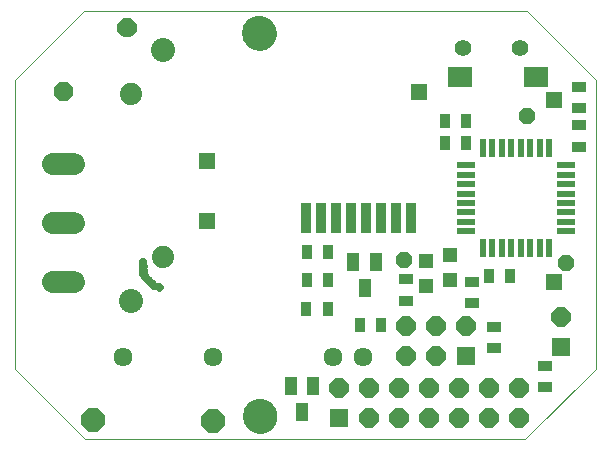
<source format=gts>
G75*
%MOIN*%
%OFA0B0*%
%FSLAX25Y25*%
%IPPOS*%
%LPD*%
%AMOC8*
5,1,8,0,0,1.08239X$1,22.5*
%
%ADD10C,0.00000*%
%ADD11C,0.11424*%
%ADD12C,0.02762*%
%ADD13R,0.02400X0.06200*%
%ADD14R,0.06200X0.02400*%
%ADD15R,0.03550X0.05124*%
%ADD16R,0.05124X0.03550*%
%ADD17C,0.08000*%
%ADD18C,0.07400*%
%ADD19C,0.05600*%
%ADD20R,0.08274X0.06699*%
%ADD21C,0.01267*%
%ADD22R,0.05124X0.05124*%
%ADD23C,0.07450*%
%ADD24R,0.06400X0.06400*%
%ADD25OC8,0.06400*%
%ADD26OC8,0.08000*%
%ADD27OC8,0.05550*%
%ADD28R,0.03400X0.10400*%
%ADD29R,0.05550X0.05550*%
%ADD30R,0.04337X0.05912*%
%ADD31C,0.06337*%
D10*
X0001855Y0024792D02*
X0025398Y0001249D01*
X0172170Y0001249D01*
X0195713Y0024792D01*
X0195713Y0120934D01*
X0172564Y0144083D01*
X0025005Y0144083D01*
X0001855Y0120934D01*
X0001855Y0024792D01*
X0043627Y0056328D02*
X0043629Y0056397D01*
X0043635Y0056465D01*
X0043645Y0056533D01*
X0043659Y0056600D01*
X0043677Y0056667D01*
X0043698Y0056732D01*
X0043724Y0056796D01*
X0043753Y0056858D01*
X0043785Y0056918D01*
X0043821Y0056977D01*
X0043861Y0057033D01*
X0043903Y0057087D01*
X0043949Y0057138D01*
X0043998Y0057187D01*
X0044049Y0057233D01*
X0044103Y0057275D01*
X0044159Y0057315D01*
X0044217Y0057351D01*
X0044278Y0057383D01*
X0044340Y0057412D01*
X0044404Y0057438D01*
X0044469Y0057459D01*
X0044536Y0057477D01*
X0044603Y0057491D01*
X0044671Y0057501D01*
X0044739Y0057507D01*
X0044808Y0057509D01*
X0044877Y0057507D01*
X0044945Y0057501D01*
X0045013Y0057491D01*
X0045080Y0057477D01*
X0045147Y0057459D01*
X0045212Y0057438D01*
X0045276Y0057412D01*
X0045338Y0057383D01*
X0045398Y0057351D01*
X0045457Y0057315D01*
X0045513Y0057275D01*
X0045567Y0057233D01*
X0045618Y0057187D01*
X0045667Y0057138D01*
X0045713Y0057087D01*
X0045755Y0057033D01*
X0045795Y0056977D01*
X0045831Y0056918D01*
X0045863Y0056858D01*
X0045892Y0056796D01*
X0045918Y0056732D01*
X0045939Y0056667D01*
X0045957Y0056600D01*
X0045971Y0056533D01*
X0045981Y0056465D01*
X0045987Y0056397D01*
X0045989Y0056328D01*
X0045987Y0056259D01*
X0045981Y0056191D01*
X0045971Y0056123D01*
X0045957Y0056056D01*
X0045939Y0055989D01*
X0045918Y0055924D01*
X0045892Y0055860D01*
X0045863Y0055798D01*
X0045831Y0055737D01*
X0045795Y0055679D01*
X0045755Y0055623D01*
X0045713Y0055569D01*
X0045667Y0055518D01*
X0045618Y0055469D01*
X0045567Y0055423D01*
X0045513Y0055381D01*
X0045457Y0055341D01*
X0045399Y0055305D01*
X0045338Y0055273D01*
X0045276Y0055244D01*
X0045212Y0055218D01*
X0045147Y0055197D01*
X0045080Y0055179D01*
X0045013Y0055165D01*
X0044945Y0055155D01*
X0044877Y0055149D01*
X0044808Y0055147D01*
X0044739Y0055149D01*
X0044671Y0055155D01*
X0044603Y0055165D01*
X0044536Y0055179D01*
X0044469Y0055197D01*
X0044404Y0055218D01*
X0044340Y0055244D01*
X0044278Y0055273D01*
X0044217Y0055305D01*
X0044159Y0055341D01*
X0044103Y0055381D01*
X0044049Y0055423D01*
X0043998Y0055469D01*
X0043949Y0055518D01*
X0043903Y0055569D01*
X0043861Y0055623D01*
X0043821Y0055679D01*
X0043785Y0055737D01*
X0043753Y0055798D01*
X0043724Y0055860D01*
X0043698Y0055924D01*
X0043677Y0055989D01*
X0043659Y0056056D01*
X0043645Y0056123D01*
X0043635Y0056191D01*
X0043629Y0056259D01*
X0043627Y0056328D01*
X0043528Y0057607D02*
X0043530Y0057676D01*
X0043536Y0057744D01*
X0043546Y0057812D01*
X0043560Y0057879D01*
X0043578Y0057946D01*
X0043599Y0058011D01*
X0043625Y0058075D01*
X0043654Y0058137D01*
X0043686Y0058197D01*
X0043722Y0058256D01*
X0043762Y0058312D01*
X0043804Y0058366D01*
X0043850Y0058417D01*
X0043899Y0058466D01*
X0043950Y0058512D01*
X0044004Y0058554D01*
X0044060Y0058594D01*
X0044118Y0058630D01*
X0044179Y0058662D01*
X0044241Y0058691D01*
X0044305Y0058717D01*
X0044370Y0058738D01*
X0044437Y0058756D01*
X0044504Y0058770D01*
X0044572Y0058780D01*
X0044640Y0058786D01*
X0044709Y0058788D01*
X0044778Y0058786D01*
X0044846Y0058780D01*
X0044914Y0058770D01*
X0044981Y0058756D01*
X0045048Y0058738D01*
X0045113Y0058717D01*
X0045177Y0058691D01*
X0045239Y0058662D01*
X0045299Y0058630D01*
X0045358Y0058594D01*
X0045414Y0058554D01*
X0045468Y0058512D01*
X0045519Y0058466D01*
X0045568Y0058417D01*
X0045614Y0058366D01*
X0045656Y0058312D01*
X0045696Y0058256D01*
X0045732Y0058197D01*
X0045764Y0058137D01*
X0045793Y0058075D01*
X0045819Y0058011D01*
X0045840Y0057946D01*
X0045858Y0057879D01*
X0045872Y0057812D01*
X0045882Y0057744D01*
X0045888Y0057676D01*
X0045890Y0057607D01*
X0045888Y0057538D01*
X0045882Y0057470D01*
X0045872Y0057402D01*
X0045858Y0057335D01*
X0045840Y0057268D01*
X0045819Y0057203D01*
X0045793Y0057139D01*
X0045764Y0057077D01*
X0045732Y0057016D01*
X0045696Y0056958D01*
X0045656Y0056902D01*
X0045614Y0056848D01*
X0045568Y0056797D01*
X0045519Y0056748D01*
X0045468Y0056702D01*
X0045414Y0056660D01*
X0045358Y0056620D01*
X0045300Y0056584D01*
X0045239Y0056552D01*
X0045177Y0056523D01*
X0045113Y0056497D01*
X0045048Y0056476D01*
X0044981Y0056458D01*
X0044914Y0056444D01*
X0044846Y0056434D01*
X0044778Y0056428D01*
X0044709Y0056426D01*
X0044640Y0056428D01*
X0044572Y0056434D01*
X0044504Y0056444D01*
X0044437Y0056458D01*
X0044370Y0056476D01*
X0044305Y0056497D01*
X0044241Y0056523D01*
X0044179Y0056552D01*
X0044118Y0056584D01*
X0044060Y0056620D01*
X0044004Y0056660D01*
X0043950Y0056702D01*
X0043899Y0056748D01*
X0043850Y0056797D01*
X0043804Y0056848D01*
X0043762Y0056902D01*
X0043722Y0056958D01*
X0043686Y0057016D01*
X0043654Y0057077D01*
X0043625Y0057139D01*
X0043599Y0057203D01*
X0043578Y0057268D01*
X0043560Y0057335D01*
X0043546Y0057402D01*
X0043536Y0057470D01*
X0043530Y0057538D01*
X0043528Y0057607D01*
X0043528Y0058887D02*
X0043530Y0058956D01*
X0043536Y0059024D01*
X0043546Y0059092D01*
X0043560Y0059159D01*
X0043578Y0059226D01*
X0043599Y0059291D01*
X0043625Y0059355D01*
X0043654Y0059417D01*
X0043686Y0059477D01*
X0043722Y0059536D01*
X0043762Y0059592D01*
X0043804Y0059646D01*
X0043850Y0059697D01*
X0043899Y0059746D01*
X0043950Y0059792D01*
X0044004Y0059834D01*
X0044060Y0059874D01*
X0044118Y0059910D01*
X0044179Y0059942D01*
X0044241Y0059971D01*
X0044305Y0059997D01*
X0044370Y0060018D01*
X0044437Y0060036D01*
X0044504Y0060050D01*
X0044572Y0060060D01*
X0044640Y0060066D01*
X0044709Y0060068D01*
X0044778Y0060066D01*
X0044846Y0060060D01*
X0044914Y0060050D01*
X0044981Y0060036D01*
X0045048Y0060018D01*
X0045113Y0059997D01*
X0045177Y0059971D01*
X0045239Y0059942D01*
X0045299Y0059910D01*
X0045358Y0059874D01*
X0045414Y0059834D01*
X0045468Y0059792D01*
X0045519Y0059746D01*
X0045568Y0059697D01*
X0045614Y0059646D01*
X0045656Y0059592D01*
X0045696Y0059536D01*
X0045732Y0059477D01*
X0045764Y0059417D01*
X0045793Y0059355D01*
X0045819Y0059291D01*
X0045840Y0059226D01*
X0045858Y0059159D01*
X0045872Y0059092D01*
X0045882Y0059024D01*
X0045888Y0058956D01*
X0045890Y0058887D01*
X0045888Y0058818D01*
X0045882Y0058750D01*
X0045872Y0058682D01*
X0045858Y0058615D01*
X0045840Y0058548D01*
X0045819Y0058483D01*
X0045793Y0058419D01*
X0045764Y0058357D01*
X0045732Y0058296D01*
X0045696Y0058238D01*
X0045656Y0058182D01*
X0045614Y0058128D01*
X0045568Y0058077D01*
X0045519Y0058028D01*
X0045468Y0057982D01*
X0045414Y0057940D01*
X0045358Y0057900D01*
X0045300Y0057864D01*
X0045239Y0057832D01*
X0045177Y0057803D01*
X0045113Y0057777D01*
X0045048Y0057756D01*
X0044981Y0057738D01*
X0044914Y0057724D01*
X0044846Y0057714D01*
X0044778Y0057708D01*
X0044709Y0057706D01*
X0044640Y0057708D01*
X0044572Y0057714D01*
X0044504Y0057724D01*
X0044437Y0057738D01*
X0044370Y0057756D01*
X0044305Y0057777D01*
X0044241Y0057803D01*
X0044179Y0057832D01*
X0044118Y0057864D01*
X0044060Y0057900D01*
X0044004Y0057940D01*
X0043950Y0057982D01*
X0043899Y0058028D01*
X0043850Y0058077D01*
X0043804Y0058128D01*
X0043762Y0058182D01*
X0043722Y0058238D01*
X0043686Y0058296D01*
X0043654Y0058357D01*
X0043625Y0058419D01*
X0043599Y0058483D01*
X0043578Y0058548D01*
X0043560Y0058615D01*
X0043546Y0058682D01*
X0043536Y0058750D01*
X0043530Y0058818D01*
X0043528Y0058887D01*
X0043430Y0060265D02*
X0043432Y0060334D01*
X0043438Y0060402D01*
X0043448Y0060470D01*
X0043462Y0060537D01*
X0043480Y0060604D01*
X0043501Y0060669D01*
X0043527Y0060733D01*
X0043556Y0060795D01*
X0043588Y0060855D01*
X0043624Y0060914D01*
X0043664Y0060970D01*
X0043706Y0061024D01*
X0043752Y0061075D01*
X0043801Y0061124D01*
X0043852Y0061170D01*
X0043906Y0061212D01*
X0043962Y0061252D01*
X0044020Y0061288D01*
X0044081Y0061320D01*
X0044143Y0061349D01*
X0044207Y0061375D01*
X0044272Y0061396D01*
X0044339Y0061414D01*
X0044406Y0061428D01*
X0044474Y0061438D01*
X0044542Y0061444D01*
X0044611Y0061446D01*
X0044680Y0061444D01*
X0044748Y0061438D01*
X0044816Y0061428D01*
X0044883Y0061414D01*
X0044950Y0061396D01*
X0045015Y0061375D01*
X0045079Y0061349D01*
X0045141Y0061320D01*
X0045201Y0061288D01*
X0045260Y0061252D01*
X0045316Y0061212D01*
X0045370Y0061170D01*
X0045421Y0061124D01*
X0045470Y0061075D01*
X0045516Y0061024D01*
X0045558Y0060970D01*
X0045598Y0060914D01*
X0045634Y0060855D01*
X0045666Y0060795D01*
X0045695Y0060733D01*
X0045721Y0060669D01*
X0045742Y0060604D01*
X0045760Y0060537D01*
X0045774Y0060470D01*
X0045784Y0060402D01*
X0045790Y0060334D01*
X0045792Y0060265D01*
X0045790Y0060196D01*
X0045784Y0060128D01*
X0045774Y0060060D01*
X0045760Y0059993D01*
X0045742Y0059926D01*
X0045721Y0059861D01*
X0045695Y0059797D01*
X0045666Y0059735D01*
X0045634Y0059674D01*
X0045598Y0059616D01*
X0045558Y0059560D01*
X0045516Y0059506D01*
X0045470Y0059455D01*
X0045421Y0059406D01*
X0045370Y0059360D01*
X0045316Y0059318D01*
X0045260Y0059278D01*
X0045202Y0059242D01*
X0045141Y0059210D01*
X0045079Y0059181D01*
X0045015Y0059155D01*
X0044950Y0059134D01*
X0044883Y0059116D01*
X0044816Y0059102D01*
X0044748Y0059092D01*
X0044680Y0059086D01*
X0044611Y0059084D01*
X0044542Y0059086D01*
X0044474Y0059092D01*
X0044406Y0059102D01*
X0044339Y0059116D01*
X0044272Y0059134D01*
X0044207Y0059155D01*
X0044143Y0059181D01*
X0044081Y0059210D01*
X0044020Y0059242D01*
X0043962Y0059278D01*
X0043906Y0059318D01*
X0043852Y0059360D01*
X0043801Y0059406D01*
X0043752Y0059455D01*
X0043706Y0059506D01*
X0043664Y0059560D01*
X0043624Y0059616D01*
X0043588Y0059674D01*
X0043556Y0059735D01*
X0043527Y0059797D01*
X0043501Y0059861D01*
X0043480Y0059926D01*
X0043462Y0059993D01*
X0043448Y0060060D01*
X0043438Y0060128D01*
X0043432Y0060196D01*
X0043430Y0060265D01*
X0044316Y0055245D02*
X0044318Y0055314D01*
X0044324Y0055382D01*
X0044334Y0055450D01*
X0044348Y0055517D01*
X0044366Y0055584D01*
X0044387Y0055649D01*
X0044413Y0055713D01*
X0044442Y0055775D01*
X0044474Y0055835D01*
X0044510Y0055894D01*
X0044550Y0055950D01*
X0044592Y0056004D01*
X0044638Y0056055D01*
X0044687Y0056104D01*
X0044738Y0056150D01*
X0044792Y0056192D01*
X0044848Y0056232D01*
X0044906Y0056268D01*
X0044967Y0056300D01*
X0045029Y0056329D01*
X0045093Y0056355D01*
X0045158Y0056376D01*
X0045225Y0056394D01*
X0045292Y0056408D01*
X0045360Y0056418D01*
X0045428Y0056424D01*
X0045497Y0056426D01*
X0045566Y0056424D01*
X0045634Y0056418D01*
X0045702Y0056408D01*
X0045769Y0056394D01*
X0045836Y0056376D01*
X0045901Y0056355D01*
X0045965Y0056329D01*
X0046027Y0056300D01*
X0046087Y0056268D01*
X0046146Y0056232D01*
X0046202Y0056192D01*
X0046256Y0056150D01*
X0046307Y0056104D01*
X0046356Y0056055D01*
X0046402Y0056004D01*
X0046444Y0055950D01*
X0046484Y0055894D01*
X0046520Y0055835D01*
X0046552Y0055775D01*
X0046581Y0055713D01*
X0046607Y0055649D01*
X0046628Y0055584D01*
X0046646Y0055517D01*
X0046660Y0055450D01*
X0046670Y0055382D01*
X0046676Y0055314D01*
X0046678Y0055245D01*
X0046676Y0055176D01*
X0046670Y0055108D01*
X0046660Y0055040D01*
X0046646Y0054973D01*
X0046628Y0054906D01*
X0046607Y0054841D01*
X0046581Y0054777D01*
X0046552Y0054715D01*
X0046520Y0054654D01*
X0046484Y0054596D01*
X0046444Y0054540D01*
X0046402Y0054486D01*
X0046356Y0054435D01*
X0046307Y0054386D01*
X0046256Y0054340D01*
X0046202Y0054298D01*
X0046146Y0054258D01*
X0046088Y0054222D01*
X0046027Y0054190D01*
X0045965Y0054161D01*
X0045901Y0054135D01*
X0045836Y0054114D01*
X0045769Y0054096D01*
X0045702Y0054082D01*
X0045634Y0054072D01*
X0045566Y0054066D01*
X0045497Y0054064D01*
X0045428Y0054066D01*
X0045360Y0054072D01*
X0045292Y0054082D01*
X0045225Y0054096D01*
X0045158Y0054114D01*
X0045093Y0054135D01*
X0045029Y0054161D01*
X0044967Y0054190D01*
X0044906Y0054222D01*
X0044848Y0054258D01*
X0044792Y0054298D01*
X0044738Y0054340D01*
X0044687Y0054386D01*
X0044638Y0054435D01*
X0044592Y0054486D01*
X0044550Y0054540D01*
X0044510Y0054596D01*
X0044474Y0054654D01*
X0044442Y0054715D01*
X0044413Y0054777D01*
X0044387Y0054841D01*
X0044366Y0054906D01*
X0044348Y0054973D01*
X0044334Y0055040D01*
X0044324Y0055108D01*
X0044318Y0055176D01*
X0044316Y0055245D01*
X0045202Y0054359D02*
X0045204Y0054428D01*
X0045210Y0054496D01*
X0045220Y0054564D01*
X0045234Y0054631D01*
X0045252Y0054698D01*
X0045273Y0054763D01*
X0045299Y0054827D01*
X0045328Y0054889D01*
X0045360Y0054949D01*
X0045396Y0055008D01*
X0045436Y0055064D01*
X0045478Y0055118D01*
X0045524Y0055169D01*
X0045573Y0055218D01*
X0045624Y0055264D01*
X0045678Y0055306D01*
X0045734Y0055346D01*
X0045792Y0055382D01*
X0045853Y0055414D01*
X0045915Y0055443D01*
X0045979Y0055469D01*
X0046044Y0055490D01*
X0046111Y0055508D01*
X0046178Y0055522D01*
X0046246Y0055532D01*
X0046314Y0055538D01*
X0046383Y0055540D01*
X0046452Y0055538D01*
X0046520Y0055532D01*
X0046588Y0055522D01*
X0046655Y0055508D01*
X0046722Y0055490D01*
X0046787Y0055469D01*
X0046851Y0055443D01*
X0046913Y0055414D01*
X0046973Y0055382D01*
X0047032Y0055346D01*
X0047088Y0055306D01*
X0047142Y0055264D01*
X0047193Y0055218D01*
X0047242Y0055169D01*
X0047288Y0055118D01*
X0047330Y0055064D01*
X0047370Y0055008D01*
X0047406Y0054949D01*
X0047438Y0054889D01*
X0047467Y0054827D01*
X0047493Y0054763D01*
X0047514Y0054698D01*
X0047532Y0054631D01*
X0047546Y0054564D01*
X0047556Y0054496D01*
X0047562Y0054428D01*
X0047564Y0054359D01*
X0047562Y0054290D01*
X0047556Y0054222D01*
X0047546Y0054154D01*
X0047532Y0054087D01*
X0047514Y0054020D01*
X0047493Y0053955D01*
X0047467Y0053891D01*
X0047438Y0053829D01*
X0047406Y0053768D01*
X0047370Y0053710D01*
X0047330Y0053654D01*
X0047288Y0053600D01*
X0047242Y0053549D01*
X0047193Y0053500D01*
X0047142Y0053454D01*
X0047088Y0053412D01*
X0047032Y0053372D01*
X0046974Y0053336D01*
X0046913Y0053304D01*
X0046851Y0053275D01*
X0046787Y0053249D01*
X0046722Y0053228D01*
X0046655Y0053210D01*
X0046588Y0053196D01*
X0046520Y0053186D01*
X0046452Y0053180D01*
X0046383Y0053178D01*
X0046314Y0053180D01*
X0046246Y0053186D01*
X0046178Y0053196D01*
X0046111Y0053210D01*
X0046044Y0053228D01*
X0045979Y0053249D01*
X0045915Y0053275D01*
X0045853Y0053304D01*
X0045792Y0053336D01*
X0045734Y0053372D01*
X0045678Y0053412D01*
X0045624Y0053454D01*
X0045573Y0053500D01*
X0045524Y0053549D01*
X0045478Y0053600D01*
X0045436Y0053654D01*
X0045396Y0053710D01*
X0045360Y0053768D01*
X0045328Y0053829D01*
X0045299Y0053891D01*
X0045273Y0053955D01*
X0045252Y0054020D01*
X0045234Y0054087D01*
X0045220Y0054154D01*
X0045210Y0054222D01*
X0045204Y0054290D01*
X0045202Y0054359D01*
X0046284Y0053375D02*
X0046286Y0053444D01*
X0046292Y0053512D01*
X0046302Y0053580D01*
X0046316Y0053647D01*
X0046334Y0053714D01*
X0046355Y0053779D01*
X0046381Y0053843D01*
X0046410Y0053905D01*
X0046442Y0053965D01*
X0046478Y0054024D01*
X0046518Y0054080D01*
X0046560Y0054134D01*
X0046606Y0054185D01*
X0046655Y0054234D01*
X0046706Y0054280D01*
X0046760Y0054322D01*
X0046816Y0054362D01*
X0046874Y0054398D01*
X0046935Y0054430D01*
X0046997Y0054459D01*
X0047061Y0054485D01*
X0047126Y0054506D01*
X0047193Y0054524D01*
X0047260Y0054538D01*
X0047328Y0054548D01*
X0047396Y0054554D01*
X0047465Y0054556D01*
X0047534Y0054554D01*
X0047602Y0054548D01*
X0047670Y0054538D01*
X0047737Y0054524D01*
X0047804Y0054506D01*
X0047869Y0054485D01*
X0047933Y0054459D01*
X0047995Y0054430D01*
X0048055Y0054398D01*
X0048114Y0054362D01*
X0048170Y0054322D01*
X0048224Y0054280D01*
X0048275Y0054234D01*
X0048324Y0054185D01*
X0048370Y0054134D01*
X0048412Y0054080D01*
X0048452Y0054024D01*
X0048488Y0053965D01*
X0048520Y0053905D01*
X0048549Y0053843D01*
X0048575Y0053779D01*
X0048596Y0053714D01*
X0048614Y0053647D01*
X0048628Y0053580D01*
X0048638Y0053512D01*
X0048644Y0053444D01*
X0048646Y0053375D01*
X0048644Y0053306D01*
X0048638Y0053238D01*
X0048628Y0053170D01*
X0048614Y0053103D01*
X0048596Y0053036D01*
X0048575Y0052971D01*
X0048549Y0052907D01*
X0048520Y0052845D01*
X0048488Y0052784D01*
X0048452Y0052726D01*
X0048412Y0052670D01*
X0048370Y0052616D01*
X0048324Y0052565D01*
X0048275Y0052516D01*
X0048224Y0052470D01*
X0048170Y0052428D01*
X0048114Y0052388D01*
X0048056Y0052352D01*
X0047995Y0052320D01*
X0047933Y0052291D01*
X0047869Y0052265D01*
X0047804Y0052244D01*
X0047737Y0052226D01*
X0047670Y0052212D01*
X0047602Y0052202D01*
X0047534Y0052196D01*
X0047465Y0052194D01*
X0047396Y0052196D01*
X0047328Y0052202D01*
X0047260Y0052212D01*
X0047193Y0052226D01*
X0047126Y0052244D01*
X0047061Y0052265D01*
X0046997Y0052291D01*
X0046935Y0052320D01*
X0046874Y0052352D01*
X0046816Y0052388D01*
X0046760Y0052428D01*
X0046706Y0052470D01*
X0046655Y0052516D01*
X0046606Y0052565D01*
X0046560Y0052616D01*
X0046518Y0052670D01*
X0046478Y0052726D01*
X0046442Y0052784D01*
X0046410Y0052845D01*
X0046381Y0052907D01*
X0046355Y0052971D01*
X0046334Y0053036D01*
X0046316Y0053103D01*
X0046302Y0053170D01*
X0046292Y0053238D01*
X0046286Y0053306D01*
X0046284Y0053375D01*
X0047269Y0052391D02*
X0047271Y0052460D01*
X0047277Y0052528D01*
X0047287Y0052596D01*
X0047301Y0052663D01*
X0047319Y0052730D01*
X0047340Y0052795D01*
X0047366Y0052859D01*
X0047395Y0052921D01*
X0047427Y0052981D01*
X0047463Y0053040D01*
X0047503Y0053096D01*
X0047545Y0053150D01*
X0047591Y0053201D01*
X0047640Y0053250D01*
X0047691Y0053296D01*
X0047745Y0053338D01*
X0047801Y0053378D01*
X0047859Y0053414D01*
X0047920Y0053446D01*
X0047982Y0053475D01*
X0048046Y0053501D01*
X0048111Y0053522D01*
X0048178Y0053540D01*
X0048245Y0053554D01*
X0048313Y0053564D01*
X0048381Y0053570D01*
X0048450Y0053572D01*
X0048519Y0053570D01*
X0048587Y0053564D01*
X0048655Y0053554D01*
X0048722Y0053540D01*
X0048789Y0053522D01*
X0048854Y0053501D01*
X0048918Y0053475D01*
X0048980Y0053446D01*
X0049040Y0053414D01*
X0049099Y0053378D01*
X0049155Y0053338D01*
X0049209Y0053296D01*
X0049260Y0053250D01*
X0049309Y0053201D01*
X0049355Y0053150D01*
X0049397Y0053096D01*
X0049437Y0053040D01*
X0049473Y0052981D01*
X0049505Y0052921D01*
X0049534Y0052859D01*
X0049560Y0052795D01*
X0049581Y0052730D01*
X0049599Y0052663D01*
X0049613Y0052596D01*
X0049623Y0052528D01*
X0049629Y0052460D01*
X0049631Y0052391D01*
X0049629Y0052322D01*
X0049623Y0052254D01*
X0049613Y0052186D01*
X0049599Y0052119D01*
X0049581Y0052052D01*
X0049560Y0051987D01*
X0049534Y0051923D01*
X0049505Y0051861D01*
X0049473Y0051800D01*
X0049437Y0051742D01*
X0049397Y0051686D01*
X0049355Y0051632D01*
X0049309Y0051581D01*
X0049260Y0051532D01*
X0049209Y0051486D01*
X0049155Y0051444D01*
X0049099Y0051404D01*
X0049041Y0051368D01*
X0048980Y0051336D01*
X0048918Y0051307D01*
X0048854Y0051281D01*
X0048789Y0051260D01*
X0048722Y0051242D01*
X0048655Y0051228D01*
X0048587Y0051218D01*
X0048519Y0051212D01*
X0048450Y0051210D01*
X0048381Y0051212D01*
X0048313Y0051218D01*
X0048245Y0051228D01*
X0048178Y0051242D01*
X0048111Y0051260D01*
X0048046Y0051281D01*
X0047982Y0051307D01*
X0047920Y0051336D01*
X0047859Y0051368D01*
X0047801Y0051404D01*
X0047745Y0051444D01*
X0047691Y0051486D01*
X0047640Y0051532D01*
X0047591Y0051581D01*
X0047545Y0051632D01*
X0047503Y0051686D01*
X0047463Y0051742D01*
X0047427Y0051800D01*
X0047395Y0051861D01*
X0047366Y0051923D01*
X0047340Y0051987D01*
X0047319Y0052052D01*
X0047301Y0052119D01*
X0047287Y0052186D01*
X0047277Y0052254D01*
X0047271Y0052322D01*
X0047269Y0052391D01*
X0048843Y0051997D02*
X0048845Y0052066D01*
X0048851Y0052134D01*
X0048861Y0052202D01*
X0048875Y0052269D01*
X0048893Y0052336D01*
X0048914Y0052401D01*
X0048940Y0052465D01*
X0048969Y0052527D01*
X0049001Y0052587D01*
X0049037Y0052646D01*
X0049077Y0052702D01*
X0049119Y0052756D01*
X0049165Y0052807D01*
X0049214Y0052856D01*
X0049265Y0052902D01*
X0049319Y0052944D01*
X0049375Y0052984D01*
X0049433Y0053020D01*
X0049494Y0053052D01*
X0049556Y0053081D01*
X0049620Y0053107D01*
X0049685Y0053128D01*
X0049752Y0053146D01*
X0049819Y0053160D01*
X0049887Y0053170D01*
X0049955Y0053176D01*
X0050024Y0053178D01*
X0050093Y0053176D01*
X0050161Y0053170D01*
X0050229Y0053160D01*
X0050296Y0053146D01*
X0050363Y0053128D01*
X0050428Y0053107D01*
X0050492Y0053081D01*
X0050554Y0053052D01*
X0050614Y0053020D01*
X0050673Y0052984D01*
X0050729Y0052944D01*
X0050783Y0052902D01*
X0050834Y0052856D01*
X0050883Y0052807D01*
X0050929Y0052756D01*
X0050971Y0052702D01*
X0051011Y0052646D01*
X0051047Y0052587D01*
X0051079Y0052527D01*
X0051108Y0052465D01*
X0051134Y0052401D01*
X0051155Y0052336D01*
X0051173Y0052269D01*
X0051187Y0052202D01*
X0051197Y0052134D01*
X0051203Y0052066D01*
X0051205Y0051997D01*
X0051203Y0051928D01*
X0051197Y0051860D01*
X0051187Y0051792D01*
X0051173Y0051725D01*
X0051155Y0051658D01*
X0051134Y0051593D01*
X0051108Y0051529D01*
X0051079Y0051467D01*
X0051047Y0051406D01*
X0051011Y0051348D01*
X0050971Y0051292D01*
X0050929Y0051238D01*
X0050883Y0051187D01*
X0050834Y0051138D01*
X0050783Y0051092D01*
X0050729Y0051050D01*
X0050673Y0051010D01*
X0050615Y0050974D01*
X0050554Y0050942D01*
X0050492Y0050913D01*
X0050428Y0050887D01*
X0050363Y0050866D01*
X0050296Y0050848D01*
X0050229Y0050834D01*
X0050161Y0050824D01*
X0050093Y0050818D01*
X0050024Y0050816D01*
X0049955Y0050818D01*
X0049887Y0050824D01*
X0049819Y0050834D01*
X0049752Y0050848D01*
X0049685Y0050866D01*
X0049620Y0050887D01*
X0049556Y0050913D01*
X0049494Y0050942D01*
X0049433Y0050974D01*
X0049375Y0051010D01*
X0049319Y0051050D01*
X0049265Y0051092D01*
X0049214Y0051138D01*
X0049165Y0051187D01*
X0049119Y0051238D01*
X0049077Y0051292D01*
X0049037Y0051348D01*
X0049001Y0051406D01*
X0048969Y0051467D01*
X0048940Y0051529D01*
X0048914Y0051593D01*
X0048893Y0051658D01*
X0048875Y0051725D01*
X0048861Y0051792D01*
X0048851Y0051860D01*
X0048845Y0051928D01*
X0048843Y0051997D01*
X0078100Y0008929D02*
X0078102Y0009077D01*
X0078108Y0009225D01*
X0078118Y0009373D01*
X0078132Y0009520D01*
X0078150Y0009667D01*
X0078171Y0009813D01*
X0078197Y0009959D01*
X0078227Y0010104D01*
X0078260Y0010248D01*
X0078298Y0010391D01*
X0078339Y0010533D01*
X0078384Y0010674D01*
X0078432Y0010814D01*
X0078485Y0010953D01*
X0078541Y0011090D01*
X0078601Y0011225D01*
X0078664Y0011359D01*
X0078731Y0011491D01*
X0078802Y0011621D01*
X0078876Y0011749D01*
X0078953Y0011875D01*
X0079034Y0011999D01*
X0079118Y0012121D01*
X0079205Y0012240D01*
X0079296Y0012357D01*
X0079390Y0012472D01*
X0079486Y0012584D01*
X0079586Y0012694D01*
X0079688Y0012800D01*
X0079794Y0012904D01*
X0079902Y0013005D01*
X0080013Y0013103D01*
X0080126Y0013199D01*
X0080242Y0013291D01*
X0080360Y0013380D01*
X0080481Y0013465D01*
X0080604Y0013548D01*
X0080729Y0013627D01*
X0080856Y0013703D01*
X0080985Y0013775D01*
X0081116Y0013844D01*
X0081249Y0013909D01*
X0081384Y0013970D01*
X0081520Y0014028D01*
X0081657Y0014083D01*
X0081796Y0014133D01*
X0081937Y0014180D01*
X0082078Y0014223D01*
X0082221Y0014263D01*
X0082365Y0014298D01*
X0082509Y0014330D01*
X0082655Y0014357D01*
X0082801Y0014381D01*
X0082948Y0014401D01*
X0083095Y0014417D01*
X0083242Y0014429D01*
X0083390Y0014437D01*
X0083538Y0014441D01*
X0083686Y0014441D01*
X0083834Y0014437D01*
X0083982Y0014429D01*
X0084129Y0014417D01*
X0084276Y0014401D01*
X0084423Y0014381D01*
X0084569Y0014357D01*
X0084715Y0014330D01*
X0084859Y0014298D01*
X0085003Y0014263D01*
X0085146Y0014223D01*
X0085287Y0014180D01*
X0085428Y0014133D01*
X0085567Y0014083D01*
X0085704Y0014028D01*
X0085840Y0013970D01*
X0085975Y0013909D01*
X0086108Y0013844D01*
X0086239Y0013775D01*
X0086368Y0013703D01*
X0086495Y0013627D01*
X0086620Y0013548D01*
X0086743Y0013465D01*
X0086864Y0013380D01*
X0086982Y0013291D01*
X0087098Y0013199D01*
X0087211Y0013103D01*
X0087322Y0013005D01*
X0087430Y0012904D01*
X0087536Y0012800D01*
X0087638Y0012694D01*
X0087738Y0012584D01*
X0087834Y0012472D01*
X0087928Y0012357D01*
X0088019Y0012240D01*
X0088106Y0012121D01*
X0088190Y0011999D01*
X0088271Y0011875D01*
X0088348Y0011749D01*
X0088422Y0011621D01*
X0088493Y0011491D01*
X0088560Y0011359D01*
X0088623Y0011225D01*
X0088683Y0011090D01*
X0088739Y0010953D01*
X0088792Y0010814D01*
X0088840Y0010674D01*
X0088885Y0010533D01*
X0088926Y0010391D01*
X0088964Y0010248D01*
X0088997Y0010104D01*
X0089027Y0009959D01*
X0089053Y0009813D01*
X0089074Y0009667D01*
X0089092Y0009520D01*
X0089106Y0009373D01*
X0089116Y0009225D01*
X0089122Y0009077D01*
X0089124Y0008929D01*
X0089122Y0008781D01*
X0089116Y0008633D01*
X0089106Y0008485D01*
X0089092Y0008338D01*
X0089074Y0008191D01*
X0089053Y0008045D01*
X0089027Y0007899D01*
X0088997Y0007754D01*
X0088964Y0007610D01*
X0088926Y0007467D01*
X0088885Y0007325D01*
X0088840Y0007184D01*
X0088792Y0007044D01*
X0088739Y0006905D01*
X0088683Y0006768D01*
X0088623Y0006633D01*
X0088560Y0006499D01*
X0088493Y0006367D01*
X0088422Y0006237D01*
X0088348Y0006109D01*
X0088271Y0005983D01*
X0088190Y0005859D01*
X0088106Y0005737D01*
X0088019Y0005618D01*
X0087928Y0005501D01*
X0087834Y0005386D01*
X0087738Y0005274D01*
X0087638Y0005164D01*
X0087536Y0005058D01*
X0087430Y0004954D01*
X0087322Y0004853D01*
X0087211Y0004755D01*
X0087098Y0004659D01*
X0086982Y0004567D01*
X0086864Y0004478D01*
X0086743Y0004393D01*
X0086620Y0004310D01*
X0086495Y0004231D01*
X0086368Y0004155D01*
X0086239Y0004083D01*
X0086108Y0004014D01*
X0085975Y0003949D01*
X0085840Y0003888D01*
X0085704Y0003830D01*
X0085567Y0003775D01*
X0085428Y0003725D01*
X0085287Y0003678D01*
X0085146Y0003635D01*
X0085003Y0003595D01*
X0084859Y0003560D01*
X0084715Y0003528D01*
X0084569Y0003501D01*
X0084423Y0003477D01*
X0084276Y0003457D01*
X0084129Y0003441D01*
X0083982Y0003429D01*
X0083834Y0003421D01*
X0083686Y0003417D01*
X0083538Y0003417D01*
X0083390Y0003421D01*
X0083242Y0003429D01*
X0083095Y0003441D01*
X0082948Y0003457D01*
X0082801Y0003477D01*
X0082655Y0003501D01*
X0082509Y0003528D01*
X0082365Y0003560D01*
X0082221Y0003595D01*
X0082078Y0003635D01*
X0081937Y0003678D01*
X0081796Y0003725D01*
X0081657Y0003775D01*
X0081520Y0003830D01*
X0081384Y0003888D01*
X0081249Y0003949D01*
X0081116Y0004014D01*
X0080985Y0004083D01*
X0080856Y0004155D01*
X0080729Y0004231D01*
X0080604Y0004310D01*
X0080481Y0004393D01*
X0080360Y0004478D01*
X0080242Y0004567D01*
X0080126Y0004659D01*
X0080013Y0004755D01*
X0079902Y0004853D01*
X0079794Y0004954D01*
X0079688Y0005058D01*
X0079586Y0005164D01*
X0079486Y0005274D01*
X0079390Y0005386D01*
X0079296Y0005501D01*
X0079205Y0005618D01*
X0079118Y0005737D01*
X0079034Y0005859D01*
X0078953Y0005983D01*
X0078876Y0006109D01*
X0078802Y0006237D01*
X0078731Y0006367D01*
X0078664Y0006499D01*
X0078601Y0006633D01*
X0078541Y0006768D01*
X0078485Y0006905D01*
X0078432Y0007044D01*
X0078384Y0007184D01*
X0078339Y0007325D01*
X0078298Y0007467D01*
X0078260Y0007610D01*
X0078227Y0007754D01*
X0078197Y0007899D01*
X0078171Y0008045D01*
X0078150Y0008191D01*
X0078132Y0008338D01*
X0078118Y0008485D01*
X0078108Y0008633D01*
X0078102Y0008781D01*
X0078100Y0008929D01*
X0077903Y0136606D02*
X0077905Y0136754D01*
X0077911Y0136902D01*
X0077921Y0137050D01*
X0077935Y0137197D01*
X0077953Y0137344D01*
X0077974Y0137490D01*
X0078000Y0137636D01*
X0078030Y0137781D01*
X0078063Y0137925D01*
X0078101Y0138068D01*
X0078142Y0138210D01*
X0078187Y0138351D01*
X0078235Y0138491D01*
X0078288Y0138630D01*
X0078344Y0138767D01*
X0078404Y0138902D01*
X0078467Y0139036D01*
X0078534Y0139168D01*
X0078605Y0139298D01*
X0078679Y0139426D01*
X0078756Y0139552D01*
X0078837Y0139676D01*
X0078921Y0139798D01*
X0079008Y0139917D01*
X0079099Y0140034D01*
X0079193Y0140149D01*
X0079289Y0140261D01*
X0079389Y0140371D01*
X0079491Y0140477D01*
X0079597Y0140581D01*
X0079705Y0140682D01*
X0079816Y0140780D01*
X0079929Y0140876D01*
X0080045Y0140968D01*
X0080163Y0141057D01*
X0080284Y0141142D01*
X0080407Y0141225D01*
X0080532Y0141304D01*
X0080659Y0141380D01*
X0080788Y0141452D01*
X0080919Y0141521D01*
X0081052Y0141586D01*
X0081187Y0141647D01*
X0081323Y0141705D01*
X0081460Y0141760D01*
X0081599Y0141810D01*
X0081740Y0141857D01*
X0081881Y0141900D01*
X0082024Y0141940D01*
X0082168Y0141975D01*
X0082312Y0142007D01*
X0082458Y0142034D01*
X0082604Y0142058D01*
X0082751Y0142078D01*
X0082898Y0142094D01*
X0083045Y0142106D01*
X0083193Y0142114D01*
X0083341Y0142118D01*
X0083489Y0142118D01*
X0083637Y0142114D01*
X0083785Y0142106D01*
X0083932Y0142094D01*
X0084079Y0142078D01*
X0084226Y0142058D01*
X0084372Y0142034D01*
X0084518Y0142007D01*
X0084662Y0141975D01*
X0084806Y0141940D01*
X0084949Y0141900D01*
X0085090Y0141857D01*
X0085231Y0141810D01*
X0085370Y0141760D01*
X0085507Y0141705D01*
X0085643Y0141647D01*
X0085778Y0141586D01*
X0085911Y0141521D01*
X0086042Y0141452D01*
X0086171Y0141380D01*
X0086298Y0141304D01*
X0086423Y0141225D01*
X0086546Y0141142D01*
X0086667Y0141057D01*
X0086785Y0140968D01*
X0086901Y0140876D01*
X0087014Y0140780D01*
X0087125Y0140682D01*
X0087233Y0140581D01*
X0087339Y0140477D01*
X0087441Y0140371D01*
X0087541Y0140261D01*
X0087637Y0140149D01*
X0087731Y0140034D01*
X0087822Y0139917D01*
X0087909Y0139798D01*
X0087993Y0139676D01*
X0088074Y0139552D01*
X0088151Y0139426D01*
X0088225Y0139298D01*
X0088296Y0139168D01*
X0088363Y0139036D01*
X0088426Y0138902D01*
X0088486Y0138767D01*
X0088542Y0138630D01*
X0088595Y0138491D01*
X0088643Y0138351D01*
X0088688Y0138210D01*
X0088729Y0138068D01*
X0088767Y0137925D01*
X0088800Y0137781D01*
X0088830Y0137636D01*
X0088856Y0137490D01*
X0088877Y0137344D01*
X0088895Y0137197D01*
X0088909Y0137050D01*
X0088919Y0136902D01*
X0088925Y0136754D01*
X0088927Y0136606D01*
X0088925Y0136458D01*
X0088919Y0136310D01*
X0088909Y0136162D01*
X0088895Y0136015D01*
X0088877Y0135868D01*
X0088856Y0135722D01*
X0088830Y0135576D01*
X0088800Y0135431D01*
X0088767Y0135287D01*
X0088729Y0135144D01*
X0088688Y0135002D01*
X0088643Y0134861D01*
X0088595Y0134721D01*
X0088542Y0134582D01*
X0088486Y0134445D01*
X0088426Y0134310D01*
X0088363Y0134176D01*
X0088296Y0134044D01*
X0088225Y0133914D01*
X0088151Y0133786D01*
X0088074Y0133660D01*
X0087993Y0133536D01*
X0087909Y0133414D01*
X0087822Y0133295D01*
X0087731Y0133178D01*
X0087637Y0133063D01*
X0087541Y0132951D01*
X0087441Y0132841D01*
X0087339Y0132735D01*
X0087233Y0132631D01*
X0087125Y0132530D01*
X0087014Y0132432D01*
X0086901Y0132336D01*
X0086785Y0132244D01*
X0086667Y0132155D01*
X0086546Y0132070D01*
X0086423Y0131987D01*
X0086298Y0131908D01*
X0086171Y0131832D01*
X0086042Y0131760D01*
X0085911Y0131691D01*
X0085778Y0131626D01*
X0085643Y0131565D01*
X0085507Y0131507D01*
X0085370Y0131452D01*
X0085231Y0131402D01*
X0085090Y0131355D01*
X0084949Y0131312D01*
X0084806Y0131272D01*
X0084662Y0131237D01*
X0084518Y0131205D01*
X0084372Y0131178D01*
X0084226Y0131154D01*
X0084079Y0131134D01*
X0083932Y0131118D01*
X0083785Y0131106D01*
X0083637Y0131098D01*
X0083489Y0131094D01*
X0083341Y0131094D01*
X0083193Y0131098D01*
X0083045Y0131106D01*
X0082898Y0131118D01*
X0082751Y0131134D01*
X0082604Y0131154D01*
X0082458Y0131178D01*
X0082312Y0131205D01*
X0082168Y0131237D01*
X0082024Y0131272D01*
X0081881Y0131312D01*
X0081740Y0131355D01*
X0081599Y0131402D01*
X0081460Y0131452D01*
X0081323Y0131507D01*
X0081187Y0131565D01*
X0081052Y0131626D01*
X0080919Y0131691D01*
X0080788Y0131760D01*
X0080659Y0131832D01*
X0080532Y0131908D01*
X0080407Y0131987D01*
X0080284Y0132070D01*
X0080163Y0132155D01*
X0080045Y0132244D01*
X0079929Y0132336D01*
X0079816Y0132432D01*
X0079705Y0132530D01*
X0079597Y0132631D01*
X0079491Y0132735D01*
X0079389Y0132841D01*
X0079289Y0132951D01*
X0079193Y0133063D01*
X0079099Y0133178D01*
X0079008Y0133295D01*
X0078921Y0133414D01*
X0078837Y0133536D01*
X0078756Y0133660D01*
X0078679Y0133786D01*
X0078605Y0133914D01*
X0078534Y0134044D01*
X0078467Y0134176D01*
X0078404Y0134310D01*
X0078344Y0134445D01*
X0078288Y0134582D01*
X0078235Y0134721D01*
X0078187Y0134861D01*
X0078142Y0135002D01*
X0078101Y0135144D01*
X0078063Y0135287D01*
X0078030Y0135431D01*
X0078000Y0135576D01*
X0077974Y0135722D01*
X0077953Y0135868D01*
X0077935Y0136015D01*
X0077921Y0136162D01*
X0077911Y0136310D01*
X0077905Y0136458D01*
X0077903Y0136606D01*
D11*
X0083415Y0136606D03*
X0083612Y0008929D03*
D12*
X0050024Y0051997D03*
X0048450Y0052391D03*
X0047465Y0053375D03*
X0046383Y0054359D03*
X0045497Y0055245D03*
X0044808Y0056328D03*
X0044709Y0057607D03*
X0044709Y0058887D03*
X0044611Y0060265D03*
D13*
X0158020Y0064864D03*
X0161120Y0064864D03*
X0164320Y0064864D03*
X0167420Y0064864D03*
X0170620Y0064864D03*
X0173720Y0064864D03*
X0176920Y0064864D03*
X0180020Y0064864D03*
X0180020Y0098264D03*
X0176920Y0098264D03*
X0173720Y0098264D03*
X0170620Y0098264D03*
X0167420Y0098264D03*
X0164320Y0098264D03*
X0161120Y0098264D03*
X0158020Y0098264D03*
D14*
X0152320Y0092564D03*
X0152320Y0089464D03*
X0152320Y0086264D03*
X0152320Y0083164D03*
X0152320Y0079964D03*
X0152320Y0076864D03*
X0152320Y0073664D03*
X0152320Y0070564D03*
X0185720Y0070564D03*
X0185720Y0073664D03*
X0185720Y0076864D03*
X0185720Y0079964D03*
X0185720Y0083164D03*
X0185720Y0086264D03*
X0185720Y0089464D03*
X0185720Y0092564D03*
D15*
X0152446Y0099989D03*
X0145359Y0099989D03*
X0145398Y0107372D03*
X0152485Y0107372D03*
X0106265Y0063808D03*
X0099178Y0063808D03*
X0099217Y0054477D03*
X0106304Y0054477D03*
X0106225Y0044792D03*
X0099139Y0044792D03*
X0116855Y0039202D03*
X0123942Y0039202D03*
X0159887Y0055540D03*
X0166973Y0055540D03*
D16*
X0154217Y0053729D03*
X0154217Y0046643D03*
X0161839Y0038621D03*
X0161839Y0031535D03*
X0178666Y0025816D03*
X0178666Y0018729D03*
X0132461Y0047450D03*
X0132461Y0054536D03*
X0189965Y0098808D03*
X0189965Y0105894D03*
X0190005Y0111524D03*
X0190005Y0118611D03*
D17*
X0051476Y0130863D03*
X0040744Y0047365D03*
D18*
X0051476Y0062028D03*
X0040744Y0116199D03*
D19*
X0151450Y0131800D03*
X0170450Y0131800D03*
D20*
X0175831Y0122076D03*
X0150241Y0122076D03*
D21*
X0037440Y0138004D02*
X0036806Y0137370D01*
X0036806Y0139470D01*
X0038290Y0140954D01*
X0040390Y0140954D01*
X0041874Y0139470D01*
X0041874Y0137370D01*
X0040390Y0135886D01*
X0038290Y0135886D01*
X0036806Y0137370D01*
X0037757Y0137764D01*
X0037757Y0139076D01*
X0038684Y0140003D01*
X0039996Y0140003D01*
X0040923Y0139076D01*
X0040923Y0137764D01*
X0039996Y0136837D01*
X0038684Y0136837D01*
X0037757Y0137764D01*
X0038708Y0138158D01*
X0038708Y0138682D01*
X0039078Y0139052D01*
X0039602Y0139052D01*
X0039972Y0138682D01*
X0039972Y0138158D01*
X0039602Y0137788D01*
X0039078Y0137788D01*
X0038708Y0138158D01*
X0016227Y0116791D02*
X0015593Y0116157D01*
X0015593Y0118257D01*
X0017077Y0119741D01*
X0019177Y0119741D01*
X0020661Y0118257D01*
X0020661Y0116157D01*
X0019177Y0114673D01*
X0017077Y0114673D01*
X0015593Y0116157D01*
X0016544Y0116551D01*
X0016544Y0117863D01*
X0017471Y0118790D01*
X0018783Y0118790D01*
X0019710Y0117863D01*
X0019710Y0116551D01*
X0018783Y0115624D01*
X0017471Y0115624D01*
X0016544Y0116551D01*
X0017495Y0116945D01*
X0017495Y0117469D01*
X0017865Y0117839D01*
X0018389Y0117839D01*
X0018759Y0117469D01*
X0018759Y0116945D01*
X0018389Y0116575D01*
X0017865Y0116575D01*
X0017495Y0116945D01*
D22*
X0139139Y0060698D03*
X0146934Y0062745D03*
X0146934Y0054477D03*
X0139139Y0052430D03*
D23*
X0021758Y0053729D02*
X0014708Y0053729D01*
X0014708Y0073414D02*
X0021758Y0073414D01*
X0021758Y0093099D02*
X0014708Y0093099D01*
D24*
X0110083Y0008217D03*
X0152446Y0028847D03*
X0183981Y0032115D03*
D25*
X0183981Y0042115D03*
X0170083Y0018217D03*
X0160083Y0018217D03*
X0150083Y0018217D03*
X0140083Y0018217D03*
X0130083Y0018217D03*
X0120083Y0018217D03*
X0110083Y0018217D03*
X0120083Y0008217D03*
X0130083Y0008217D03*
X0140083Y0008217D03*
X0150083Y0008217D03*
X0160083Y0008217D03*
X0170083Y0008217D03*
X0142446Y0028847D03*
X0132446Y0028847D03*
X0132446Y0038847D03*
X0142446Y0038847D03*
X0152446Y0038847D03*
D26*
X0068076Y0007391D03*
X0027918Y0007706D03*
D27*
X0131816Y0060855D03*
X0185674Y0060146D03*
X0172839Y0109123D03*
D28*
X0134099Y0075146D03*
X0129099Y0075146D03*
X0124099Y0075146D03*
X0119099Y0075146D03*
X0114099Y0075146D03*
X0109099Y0075146D03*
X0104099Y0075146D03*
X0099099Y0075146D03*
D29*
X0065989Y0074162D03*
X0065989Y0093847D03*
X0136560Y0116977D03*
X0181737Y0114320D03*
X0181737Y0053690D03*
D30*
X0122288Y0060383D03*
X0114808Y0060383D03*
X0118548Y0051721D03*
X0101383Y0019123D03*
X0093902Y0019123D03*
X0097643Y0010461D03*
D31*
X0107879Y0028572D03*
X0117879Y0028572D03*
X0067879Y0028572D03*
X0037879Y0028572D03*
M02*

</source>
